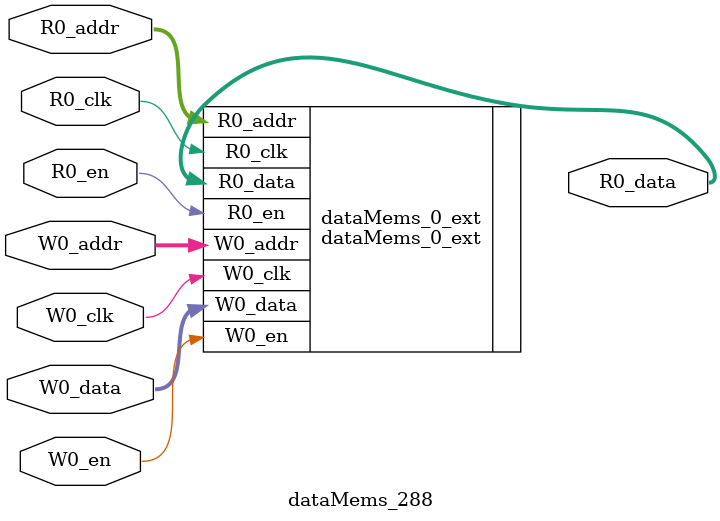
<source format=sv>
`ifndef RANDOMIZE
  `ifdef RANDOMIZE_REG_INIT
    `define RANDOMIZE
  `endif // RANDOMIZE_REG_INIT
`endif // not def RANDOMIZE
`ifndef RANDOMIZE
  `ifdef RANDOMIZE_MEM_INIT
    `define RANDOMIZE
  `endif // RANDOMIZE_MEM_INIT
`endif // not def RANDOMIZE

`ifndef RANDOM
  `define RANDOM $random
`endif // not def RANDOM

// Users can define 'PRINTF_COND' to add an extra gate to prints.
`ifndef PRINTF_COND_
  `ifdef PRINTF_COND
    `define PRINTF_COND_ (`PRINTF_COND)
  `else  // PRINTF_COND
    `define PRINTF_COND_ 1
  `endif // PRINTF_COND
`endif // not def PRINTF_COND_

// Users can define 'ASSERT_VERBOSE_COND' to add an extra gate to assert error printing.
`ifndef ASSERT_VERBOSE_COND_
  `ifdef ASSERT_VERBOSE_COND
    `define ASSERT_VERBOSE_COND_ (`ASSERT_VERBOSE_COND)
  `else  // ASSERT_VERBOSE_COND
    `define ASSERT_VERBOSE_COND_ 1
  `endif // ASSERT_VERBOSE_COND
`endif // not def ASSERT_VERBOSE_COND_

// Users can define 'STOP_COND' to add an extra gate to stop conditions.
`ifndef STOP_COND_
  `ifdef STOP_COND
    `define STOP_COND_ (`STOP_COND)
  `else  // STOP_COND
    `define STOP_COND_ 1
  `endif // STOP_COND
`endif // not def STOP_COND_

// Users can define INIT_RANDOM as general code that gets injected into the
// initializer block for modules with registers.
`ifndef INIT_RANDOM
  `define INIT_RANDOM
`endif // not def INIT_RANDOM

// If using random initialization, you can also define RANDOMIZE_DELAY to
// customize the delay used, otherwise 0.002 is used.
`ifndef RANDOMIZE_DELAY
  `define RANDOMIZE_DELAY 0.002
`endif // not def RANDOMIZE_DELAY

// Define INIT_RANDOM_PROLOG_ for use in our modules below.
`ifndef INIT_RANDOM_PROLOG_
  `ifdef RANDOMIZE
    `ifdef VERILATOR
      `define INIT_RANDOM_PROLOG_ `INIT_RANDOM
    `else  // VERILATOR
      `define INIT_RANDOM_PROLOG_ `INIT_RANDOM #`RANDOMIZE_DELAY begin end
    `endif // VERILATOR
  `else  // RANDOMIZE
    `define INIT_RANDOM_PROLOG_
  `endif // RANDOMIZE
`endif // not def INIT_RANDOM_PROLOG_

// Include register initializers in init blocks unless synthesis is set
`ifndef SYNTHESIS
  `ifndef ENABLE_INITIAL_REG_
    `define ENABLE_INITIAL_REG_
  `endif // not def ENABLE_INITIAL_REG_
`endif // not def SYNTHESIS

// Include rmemory initializers in init blocks unless synthesis is set
`ifndef SYNTHESIS
  `ifndef ENABLE_INITIAL_MEM_
    `define ENABLE_INITIAL_MEM_
  `endif // not def ENABLE_INITIAL_MEM_
`endif // not def SYNTHESIS

module dataMems_288(	// @[generators/ara/src/main/scala/UnsafeAXI4ToTL.scala:365:62]
  input  [4:0]  R0_addr,
  input         R0_en,
  input         R0_clk,
  output [66:0] R0_data,
  input  [4:0]  W0_addr,
  input         W0_en,
  input         W0_clk,
  input  [66:0] W0_data
);

  dataMems_0_ext dataMems_0_ext (	// @[generators/ara/src/main/scala/UnsafeAXI4ToTL.scala:365:62]
    .R0_addr (R0_addr),
    .R0_en   (R0_en),
    .R0_clk  (R0_clk),
    .R0_data (R0_data),
    .W0_addr (W0_addr),
    .W0_en   (W0_en),
    .W0_clk  (W0_clk),
    .W0_data (W0_data)
  );
endmodule


</source>
